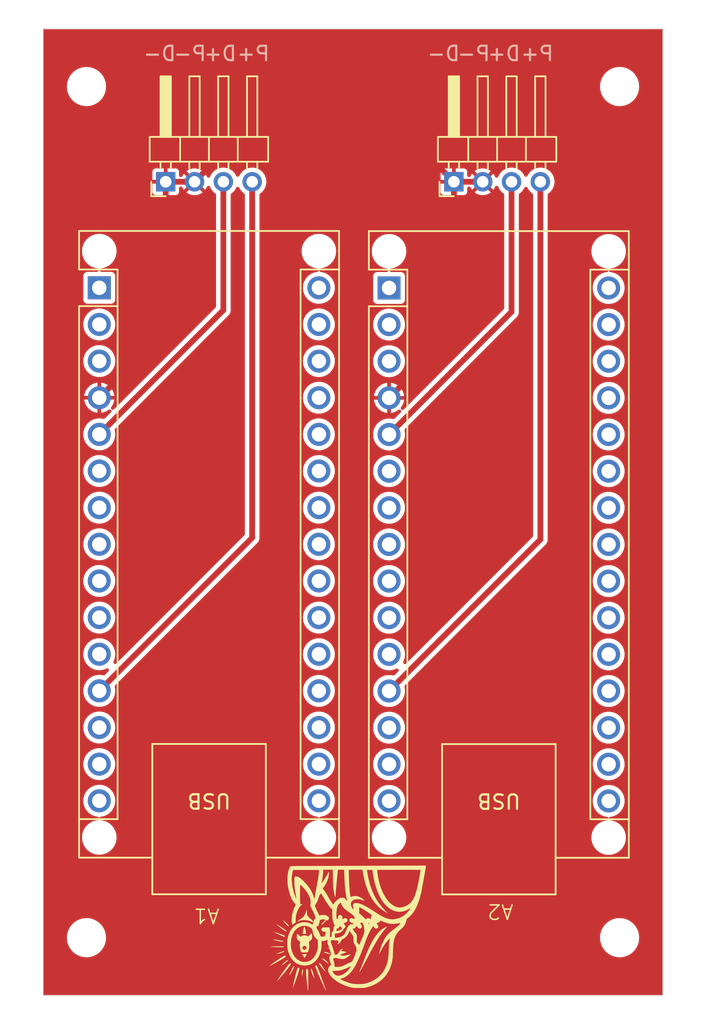
<source format=kicad_pcb>
(kicad_pcb (version 20241229) (generator "pcbnew") (generator_version "9.0")
  (title_block (date "2026-02-19"))
  (layers (0 "F.Cu" signal) (2 "B.Cu" signal) (13 "F.Paste" user) (15 "B.Paste" user) (5 "F.SilkS" user "F.Silkscreen") (7 "B.SilkS" user "B.Silkscreen") (1 "F.Mask" user) (3 "B.Mask" user) (25 "Edge.Cuts" user))
  (net 0 "")
  (net 3 "PUL+ 1")
  (net 6 "DIR+ 1")
  (net 23 "DIR- 1")
  (net 45 "PUL+ 2")
  (net 57 "DIR+ 2")
  (footprint "GAZELEM_LOGO:textless_logo_mod" (layer "F.Cu") (at 169 119.4 180)
    (property "Reference" "G***" (at 0 0 0) (layer "F.SilkS") (effects (font (size 1.5 1.5) (thickness 0.3))))
    (property "Value" "LOGO" (hide yes))
  )
  (footprint "Module:Arduino_Nano_WithMountingHoles" (layer "F.Cu") (at 151.89 74.95)
    (property "Reference" "A1" (hide yes))
    (property "Value" "Arduino_Nano_v3.x")
    (fp_text user "USB" (at 7.62 35.56 180) (layer "F.SilkS"))
    (pad "" np_thru_hole circle (at 0 -2.54) (size 1.78 1.78) (drill 1.78) (layers "*.Cu" "*.Mask"))
    (pad "" np_thru_hole circle (at 0 38.1) (size 1.78 1.78) (drill 1.78) (layers "*.Cu" "*.Mask"))
    (pad "" np_thru_hole circle (at 15.24 -2.54) (size 1.78 1.78) (drill 1.78) (layers "*.Cu" "*.Mask"))
    (pad "" np_thru_hole circle (at 15.24 38.1) (size 1.78 1.78) (drill 1.78) (layers "*.Cu" "*.Mask"))
    (pad "1" thru_hole rect (at 0 0) (size 1.6 1.6) (drill 1) (layers "*.Cu" "*.Mask"))
    (pad "2" thru_hole oval (at 0 2.54) (size 1.6 1.6) (drill 1) (layers "*.Cu" "*.Mask"))
    (pad "3" thru_hole oval (at 0 5.08) (size 1.6 1.6) (drill 1) (layers "*.Cu" "*.Mask"))
    (pad "4" thru_hole oval (at 0 7.62) (size 1.6 1.6) (drill 1) (layers "*.Cu" "*.Mask") (net 23 "DIR- 1"))
    (pad "5" thru_hole oval (at 0 10.16) (size 1.6 1.6) (drill 1) (layers "*.Cu" "*.Mask") (net 6 "DIR+ 1"))
    (pad "6" thru_hole oval (at 0 12.7) (size 1.6 1.6) (drill 1) (layers "*.Cu" "*.Mask"))
    (pad "7" thru_hole oval (at 0 15.24) (size 1.6 1.6) (drill 1) (layers "*.Cu" "*.Mask"))
    (pad "8" thru_hole oval (at 0 17.78) (size 1.6 1.6) (drill 1) (layers "*.Cu" "*.Mask"))
    (pad "9" thru_hole oval (at 0 20.32) (size 1.6 1.6) (drill 1) (layers "*.Cu" "*.Mask"))
    (pad "10" thru_hole oval (at 0 22.86) (size 1.6 1.6) (drill 1) (layers "*.Cu" "*.Mask"))
    (pad "11" thru_hole oval (at 0 25.4) (size 1.6 1.6) (drill 1) (layers "*.Cu" "*.Mask"))
    (pad "12" thru_hole oval (at 0 27.94) (size 1.6 1.6) (drill 1) (layers "*.Cu" "*.Mask") (net 3 "PUL+ 1"))
    (pad "13" thru_hole oval (at 0 30.48) (size 1.6 1.6) (drill 1) (layers "*.Cu" "*.Mask"))
    (pad "14" thru_hole oval (at 0 33.02) (size 1.6 1.6) (drill 1) (layers "*.Cu" "*.Mask"))
    (pad "15" thru_hole oval (at 0 35.56) (size 1.6 1.6) (drill 1) (layers "*.Cu" "*.Mask"))
    (pad "16" thru_hole oval (at 15.24 35.56) (size 1.6 1.6) (drill 1) (layers "*.Cu" "*.Mask"))
    (pad "17" thru_hole oval (at 15.24 33.02) (size 1.6 1.6) (drill 1) (layers "*.Cu" "*.Mask"))
    (pad "18" thru_hole oval (at 15.24 30.48) (size 1.6 1.6) (drill 1) (layers "*.Cu" "*.Mask"))
    (pad "19" thru_hole oval (at 15.24 27.94) (size 1.6 1.6) (drill 1) (layers "*.Cu" "*.Mask"))
    (pad "20" thru_hole oval (at 15.24 25.4) (size 1.6 1.6) (drill 1) (layers "*.Cu" "*.Mask"))
    (pad "21" thru_hole oval (at 15.24 22.86) (size 1.6 1.6) (drill 1) (layers "*.Cu" "*.Mask"))
    (pad "22" thru_hole oval (at 15.24 20.32) (size 1.6 1.6) (drill 1) (layers "*.Cu" "*.Mask"))
    (pad "23" thru_hole oval (at 15.24 17.78) (size 1.6 1.6) (drill 1) (layers "*.Cu" "*.Mask"))
    (pad "24" thru_hole oval (at 15.24 15.24) (size 1.6 1.6) (drill 1) (layers "*.Cu" "*.Mask"))
    (pad "25" thru_hole oval (at 15.24 12.7) (size 1.6 1.6) (drill 1) (layers "*.Cu" "*.Mask"))
    (pad "26" thru_hole oval (at 15.24 10.16) (size 1.6 1.6) (drill 1) (layers "*.Cu" "*.Mask"))
    (pad "27" thru_hole oval (at 15.24 7.62) (size 1.6 1.6) (drill 1) (layers "*.Cu" "*.Mask"))
    (pad "28" thru_hole oval (at 15.24 5.08) (size 1.6 1.6) (drill 1) (layers "*.Cu" "*.Mask"))
    (pad "29" thru_hole oval (at 15.24 2.54) (size 1.6 1.6) (drill 1) (layers "*.Cu" "*.Mask"))
    (pad "30" thru_hole oval (at 15.24 0) (size 1.6 1.6) (drill 1) (layers "*.Cu" "*.Mask"))
  )
  (footprint "MountingHole:MountingHole_2.1mm" (layer "F.Cu") (at 151 61)
    (property "Reference" "H2" (hide yes))
    (property "Value" "MountingHole")
    (pad "" np_thru_hole circle (at 0 0) (size 2.1 2.1) (drill 2.1) (layers "*.Cu" "*.Mask"))
  )
  (footprint "Connector_PinHeader_2.00mm:PinHeader_1x04_P2.00mm_Horizontal" (layer "F.Cu") (at 156.5 67.6 90)
    (property "Reference" "J1" (hide yes))
    (property "Value" "Conn_01x04_Pin")
    (pad "1" thru_hole rect (at 0 0 90) (size 1.35 1.35) (drill 0.8) (layers "*.Cu" "*.Mask") (net 23 "DIR- 1"))
    (pad "2" thru_hole circle (at 0 2 90) (size 1.35 1.35) (drill 0.8) (layers "*.Cu" "*.Mask") (net 23 "DIR- 1"))
    (pad "3" thru_hole circle (at 0 4 90) (size 1.35 1.35) (drill 0.8) (layers "*.Cu" "*.Mask") (net 6 "DIR+ 1"))
    (pad "4" thru_hole circle (at 0 6 90) (size 1.35 1.35) (drill 0.8) (layers "*.Cu" "*.Mask") (net 3 "PUL+ 1"))
  )
  (footprint "Connector_PinHeader_2.00mm:PinHeader_1x04_P2.00mm_Horizontal" (layer "F.Cu") (at 176.5 67.6 90)
    (property "Reference" "J2" (hide yes))
    (property "Value" "Conn_01x04_Pin")
    (pad "1" thru_hole rect (at 0 0 90) (size 1.35 1.35) (drill 0.8) (layers "*.Cu" "*.Mask") (net 23 "DIR- 1"))
    (pad "2" thru_hole circle (at 0 2 90) (size 1.35 1.35) (drill 0.8) (layers "*.Cu" "*.Mask") (net 23 "DIR- 1"))
    (pad "3" thru_hole circle (at 0 4 90) (size 1.35 1.35) (drill 0.8) (layers "*.Cu" "*.Mask") (net 57 "DIR+ 2"))
    (pad "4" thru_hole circle (at 0 6 90) (size 1.35 1.35) (drill 0.8) (layers "*.Cu" "*.Mask") (net 45 "PUL+ 2"))
  )
  (footprint "Module:Arduino_Nano_WithMountingHoles" (layer "F.Cu") (at 172 74.96)
    (property "Reference" "A2" (hide yes))
    (property "Value" "Arduino_Nano_v3.x")
    (fp_text user "USB" (at 7.62 35.56 180) (layer "F.SilkS"))
    (pad "" np_thru_hole circle (at 0 -2.54) (size 1.78 1.78) (drill 1.78) (layers "*.Cu" "*.Mask"))
    (pad "" np_thru_hole circle (at 0 38.1) (size 1.78 1.78) (drill 1.78) (layers "*.Cu" "*.Mask"))
    (pad "" np_thru_hole circle (at 15.24 -2.54) (size 1.78 1.78) (drill 1.78) (layers "*.Cu" "*.Mask"))
    (pad "" np_thru_hole circle (at 15.24 38.1) (size 1.78 1.78) (drill 1.78) (layers "*.Cu" "*.Mask"))
    (pad "1" thru_hole rect (at 0 0) (size 1.6 1.6) (drill 1) (layers "*.Cu" "*.Mask"))
    (pad "2" thru_hole oval (at 0 2.54) (size 1.6 1.6) (drill 1) (layers "*.Cu" "*.Mask"))
    (pad "3" thru_hole oval (at 0 5.08) (size 1.6 1.6) (drill 1) (layers "*.Cu" "*.Mask"))
    (pad "4" thru_hole oval (at 0 7.62) (size 1.6 1.6) (drill 1) (layers "*.Cu" "*.Mask") (net 23 "DIR- 1"))
    (pad "5" thru_hole oval (at 0 10.16) (size 1.6 1.6) (drill 1) (layers "*.Cu" "*.Mask") (net 57 "DIR+ 2"))
    (pad "6" thru_hole oval (at 0 12.7) (size 1.6 1.6) (drill 1) (layers "*.Cu" "*.Mask"))
    (pad "7" thru_hole oval (at 0 15.24) (size 1.6 1.6) (drill 1) (layers "*.Cu" "*.Mask"))
    (pad "8" thru_hole oval (at 0 17.78) (size 1.6 1.6) (drill 1) (layers "*.Cu" "*.Mask"))
    (pad "9" thru_hole oval (at 0 20.32) (size 1.6 1.6) (drill 1) (layers "*.Cu" "*.Mask"))
    (pad "10" thru_hole oval (at 0 22.86) (size 1.6 1.6) (drill 1) (layers "*.Cu" "*.Mask"))
    (pad "11" thru_hole oval (at 0 25.4) (size 1.6 1.6) (drill 1) (layers "*.Cu" "*.Mask"))
    (pad "12" thru_hole oval (at 0 27.94) (size 1.6 1.6) (drill 1) (layers "*.Cu" "*.Mask") (net 45 "PUL+ 2"))
    (pad "13" thru_hole oval (at 0 30.48) (size 1.6 1.6) (drill 1) (layers "*.Cu" "*.Mask"))
    (pad "14" thru_hole oval (at 0 33.02) (size 1.6 1.6) (drill 1) (layers "*.Cu" "*.Mask"))
    (pad "15" thru_hole oval (at 0 35.56) (size 1.6 1.6) (drill 1) (layers "*.Cu" "*.Mask"))
    (pad "16" thru_hole oval (at 15.24 35.56) (size 1.6 1.6) (drill 1) (layers "*.Cu" "*.Mask"))
    (pad "17" thru_hole oval (at 15.24 33.02) (size 1.6 1.6) (drill 1) (layers "*.Cu" "*.Mask"))
    (pad "18" thru_hole oval (at 15.24 30.48) (size 1.6 1.6) (drill 1) (layers "*.Cu" "*.Mask"))
    (pad "19" thru_hole oval (at 15.24 27.94) (size 1.6 1.6) (drill 1) (layers "*.Cu" "*.Mask"))
    (pad "20" thru_hole oval (at 15.24 25.4) (size 1.6 1.6) (drill 1) (layers "*.Cu" "*.Mask"))
    (pad "21" thru_hole oval (at 15.24 22.86) (size 1.6 1.6) (drill 1) (layers "*.Cu" "*.Mask"))
    (pad "22" thru_hole oval (at 15.24 20.32) (size 1.6 1.6) (drill 1) (layers "*.Cu" "*.Mask"))
    (pad "23" thru_hole oval (at 15.24 17.78) (size 1.6 1.6) (drill 1) (layers "*.Cu" "*.Mask"))
    (pad "24" thru_hole oval (at 15.24 15.24) (size 1.6 1.6) (drill 1) (layers "*.Cu" "*.Mask"))
    (pad "25" thru_hole oval (at 15.24 12.7) (size 1.6 1.6) (drill 1) (layers "*.Cu" "*.Mask"))
    (pad "26" thru_hole oval (at 15.24 10.16) (size 1.6 1.6) (drill 1) (layers "*.Cu" "*.Mask"))
    (pad "27" thru_hole oval (at 15.24 7.62) (size 1.6 1.6) (drill 1) (layers "*.Cu" "*.Mask"))
    (pad "28" thru_hole oval (at 15.24 5.08) (size 1.6 1.6) (drill 1) (layers "*.Cu" "*.Mask"))
    (pad "29" thru_hole oval (at 15.24 2.54) (size 1.6 1.6) (drill 1) (layers "*.Cu" "*.Mask"))
    (pad "30" thru_hole oval (at 15.24 0) (size 1.6 1.6) (drill 1) (layers "*.Cu" "*.Mask"))
  )
  (footprint "MountingHole:MountingHole_2.1mm" (layer "F.Cu") (at 188 61)
    (property "Reference" "H1" (hide yes))
    (property "Value" "MountingHole")
    (pad "" np_thru_hole circle (at 0 0) (size 2.1 2.1) (drill 2.1) (layers "*.Cu" "*.Mask"))
  )
  (footprint "MountingHole:MountingHole_2.1mm" (layer "F.Cu") (at 151 120)
    (property "Reference" "H3" (hide yes))
    (property "Value" "MountingHole")
    (pad "" np_thru_hole circle (at 0 0) (size 2.1 2.1) (drill 2.1) (layers "*.Cu" "*.Mask"))
  )
  (footprint "MountingHole:MountingHole_2.1mm" (layer "F.Cu") (at 188 120)
    (property "Reference" "H4" (hide yes))
    (property "Value" "MountingHole")
    (pad "" np_thru_hole circle (at 0 0) (size 2.1 2.1) (drill 2.1) (layers "*.Cu" "*.Mask"))
  )
  (gr_rect (start 148 57) (end 191 124) (stroke (width 0.05)) (fill no) (layer "Edge.Cuts"))
  (gr_text "A1" (at 160.3 117.9 180) (layer "F.SilkS") (effects (font (size 1 1) (thickness 0.1)) (justify left bottom)))
  (gr_text "A2\n" (at 180.7 117.6 180) (layer "F.SilkS") (effects (font (size 1 1) (thickness 0.1)) (justify left bottom)))
  (gr_text "P+\n" (at 163.8 59.3 0) (layer "B.SilkS") (effects (font (size 1 1)) (justify left bottom mirror)))
  (gr_text "D-" (at 177 59.3 0) (layer "B.SilkS") (effects (font (size 1 1)) (justify left bottom mirror)))
  (gr_text "P-" (at 159.4 59.3 0) (layer "B.SilkS") (effects (font (size 1 1)) (justify left bottom mirror)))
  (gr_text "P+\n" (at 183.5 59.3 0) (layer "B.SilkS") (effects (font (size 1 1)) (justify left bottom mirror)))
  (gr_text "D+\n" (at 161.5 59.3 0) (layer "B.SilkS") (effects (font (size 1 1)) (justify left bottom mirror)))
  (gr_text "D-" (at 157.3 59.3 0) (layer "B.SilkS") (effects (font (size 1 1)) (justify left bottom mirror)))
  (gr_text "P-" (at 179.1 59.3 0) (layer "B.SilkS") (effects (font (size 1 1)) (justify left bottom mirror)))
  (gr_text "D+\n" (at 181.2 59.3 0) (layer "B.SilkS") (effects (font (size 1 1)) (justify left bottom mirror)))
  (segment (start 162.5 92.28) (end 151.89 102.89) (width 0.4) (layer "F.Cu") (net 3))
  (segment (start 162.5 67.6) (end 162.5 92.28) (width 0.4) (layer "F.Cu") (net 3))
  (segment (start 160.5 76.5) (end 160.5 67.6) (width 0.4) (layer "F.Cu") (net 6))
  (segment (start 160.5 76.5) (end 151.89 85.11) (width 0.4) (layer "F.Cu") (net 6))
  (segment (start 158.5 67.6) (end 160.9 65.2) (width 0.4) (layer "F.Cu") (net 23))
  (segment (start 158.5 67.6) (end 156.5 67.6) (width 0.4) (layer "F.Cu") (net 23))
  (segment (start 160.9 65.2) (end 174.1 65.2) (width 0.4) (layer "F.Cu") (net 23))
  (segment (start 174.1 65.2) (end 176.5 67.6) (width 0.4) (layer "F.Cu") (net 23))
  (segment (start 178.5 67.6) (end 176.5 67.6) (width 0.4) (layer "F.Cu") (net 23))
  (segment (start 176.5 67.6) (end 176.5 78.08) (width 0.4) (layer "F.Cu") (net 23))
  (segment (start 176.5 78.08) (end 172 82.58) (width 0.4) (layer "F.Cu") (net 23))
  (segment (start 156.5 77.96) (end 151.89 82.57) (width 0.4) (layer "F.Cu") (net 23))
  (segment (start 156.5 67.6) (end 156.5 77.96) (width 0.4) (layer "F.Cu") (net 23))
  (segment (start 182.5 92.4) (end 172 102.9) (width 0.4) (layer "F.Cu") (net 45))
  (segment (start 182.5 67.6) (end 182.5 92.4) (width 0.4) (layer "F.Cu") (net 45))
  (segment (start 180.5 76.62) (end 172 85.12) (width 0.4) (layer "F.Cu") (net 57))
  (segment (start 180.5 67.6) (end 180.5 76.62) (width 0.4) (layer "F.Cu") (net 57))
  (zone (net 23) (net_name "DIR- 1") (layer "F.Cu") (connect_pads (clearance 0.5)) (min_thickness 0.25) (fill yes (thermal_gap 0.5) (thermal_bridge_width 0.5))
    (polygon (pts (xy 145 55) (xy 146 125) (xy 194 126) (xy 193 55)))
  )
)
</source>
